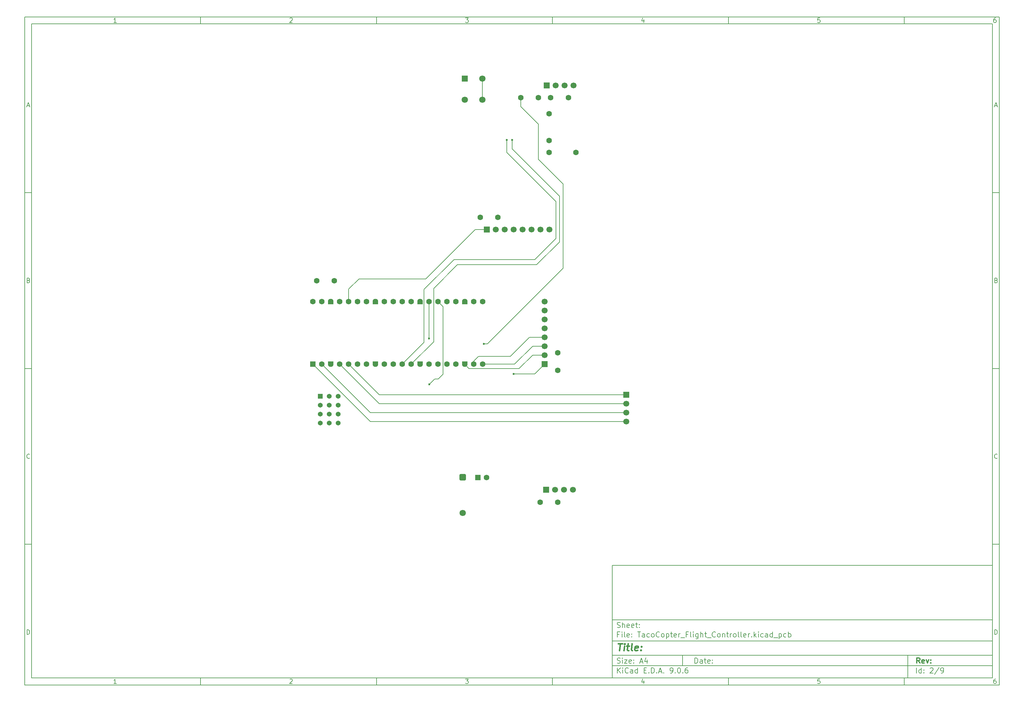
<source format=gbl>
%TF.GenerationSoftware,KiCad,Pcbnew,9.0.6*%
%TF.CreationDate,2025-12-22T22:43:42-05:00*%
%TF.ProjectId,TacoCopter_Flight_Controller,5461636f-436f-4707-9465-725f466c6967,rev?*%
%TF.SameCoordinates,Original*%
%TF.FileFunction,Copper,L2,Bot*%
%TF.FilePolarity,Positive*%
%FSLAX46Y46*%
G04 Gerber Fmt 4.6, Leading zero omitted, Abs format (unit mm)*
G04 Created by KiCad (PCBNEW 9.0.6) date 2025-12-22 22:43:42*
%MOMM*%
%LPD*%
G01*
G04 APERTURE LIST*
G04 Aperture macros list*
%AMRoundRect*
0 Rectangle with rounded corners*
0 $1 Rounding radius*
0 $2 $3 $4 $5 $6 $7 $8 $9 X,Y pos of 4 corners*
0 Add a 4 corners polygon primitive as box body*
4,1,4,$2,$3,$4,$5,$6,$7,$8,$9,$2,$3,0*
0 Add four circle primitives for the rounded corners*
1,1,$1+$1,$2,$3*
1,1,$1+$1,$4,$5*
1,1,$1+$1,$6,$7*
1,1,$1+$1,$8,$9*
0 Add four rect primitives between the rounded corners*
20,1,$1+$1,$2,$3,$4,$5,0*
20,1,$1+$1,$4,$5,$6,$7,0*
20,1,$1+$1,$6,$7,$8,$9,0*
20,1,$1+$1,$8,$9,$2,$3,0*%
%AMFreePoly0*
4,1,37,0.000000,0.796148,0.078414,0.796148,0.232228,0.765552,0.377117,0.705537,0.507515,0.618408,0.618408,0.507515,0.705537,0.377117,0.765552,0.232228,0.796148,0.078414,0.796148,-0.078414,0.765552,-0.232228,0.705537,-0.377117,0.618408,-0.507515,0.507515,-0.618408,0.377117,-0.705537,0.232228,-0.765552,0.078414,-0.796148,0.000000,-0.796148,0.000000,-0.800000,-0.600000,-0.800000,
-0.603843,-0.796157,-0.639018,-0.796157,-0.711114,-0.766294,-0.766294,-0.711114,-0.796157,-0.639018,-0.796157,-0.603843,-0.800000,-0.600000,-0.800000,0.600000,-0.796157,0.603843,-0.796157,0.639018,-0.766294,0.711114,-0.711114,0.766294,-0.639018,0.796157,-0.603843,0.796157,-0.600000,0.800000,0.000000,0.800000,0.000000,0.796148,0.000000,0.796148,$1*%
%AMFreePoly1*
4,1,37,0.603843,0.796157,0.639018,0.796157,0.711114,0.766294,0.766294,0.711114,0.796157,0.639018,0.796157,0.603843,0.800000,0.600000,0.800000,-0.600000,0.796157,-0.603843,0.796157,-0.639018,0.766294,-0.711114,0.711114,-0.766294,0.639018,-0.796157,0.603843,-0.796157,0.600000,-0.800000,0.000000,-0.800000,0.000000,-0.796148,-0.078414,-0.796148,-0.232228,-0.765552,-0.377117,-0.705537,
-0.507515,-0.618408,-0.618408,-0.507515,-0.705537,-0.377117,-0.765552,-0.232228,-0.796148,-0.078414,-0.796148,0.078414,-0.765552,0.232228,-0.705537,0.377117,-0.618408,0.507515,-0.507515,0.618408,-0.377117,0.705537,-0.232228,0.765552,-0.078414,0.796148,0.000000,0.796148,0.000000,0.800000,0.600000,0.800000,0.603843,0.796157,0.603843,0.796157,$1*%
G04 Aperture macros list end*
%ADD10C,0.100000*%
%ADD11C,0.150000*%
%ADD12C,0.300000*%
%ADD13C,0.400000*%
%TA.AperFunction,ComponentPad*%
%ADD14R,1.700000X1.700000*%
%TD*%
%TA.AperFunction,ComponentPad*%
%ADD15C,1.700000*%
%TD*%
%TA.AperFunction,ComponentPad*%
%ADD16C,1.600000*%
%TD*%
%TA.AperFunction,ComponentPad*%
%ADD17FreePoly0,90.000000*%
%TD*%
%TA.AperFunction,ComponentPad*%
%ADD18FreePoly1,90.000000*%
%TD*%
%TA.AperFunction,ComponentPad*%
%ADD19RoundRect,0.200000X0.600000X-0.600000X0.600000X0.600000X-0.600000X0.600000X-0.600000X-0.600000X0*%
%TD*%
%TA.AperFunction,ComponentPad*%
%ADD20RoundRect,0.250000X-0.550000X-0.550000X0.550000X-0.550000X0.550000X0.550000X-0.550000X0.550000X0*%
%TD*%
%TA.AperFunction,ComponentPad*%
%ADD21R,1.800000X1.800000*%
%TD*%
%TA.AperFunction,ComponentPad*%
%ADD22C,1.800000*%
%TD*%
%TA.AperFunction,ComponentPad*%
%ADD23R,1.370000X1.370000*%
%TD*%
%TA.AperFunction,ComponentPad*%
%ADD24C,1.370000*%
%TD*%
%TA.AperFunction,ComponentPad*%
%ADD25RoundRect,0.250000X-0.650000X0.650000X-0.650000X-0.650000X0.650000X-0.650000X0.650000X0.650000X0*%
%TD*%
%TA.AperFunction,ViaPad*%
%ADD26C,0.600000*%
%TD*%
%TA.AperFunction,Conductor*%
%ADD27C,0.200000*%
%TD*%
G04 APERTURE END LIST*
D10*
D11*
X177002200Y-166007200D02*
X285002200Y-166007200D01*
X285002200Y-198007200D01*
X177002200Y-198007200D01*
X177002200Y-166007200D01*
D10*
D11*
X10000000Y-10000000D02*
X287002200Y-10000000D01*
X287002200Y-200007200D01*
X10000000Y-200007200D01*
X10000000Y-10000000D01*
D10*
D11*
X12000000Y-12000000D02*
X285002200Y-12000000D01*
X285002200Y-198007200D01*
X12000000Y-198007200D01*
X12000000Y-12000000D01*
D10*
D11*
X60000000Y-12000000D02*
X60000000Y-10000000D01*
D10*
D11*
X110000000Y-12000000D02*
X110000000Y-10000000D01*
D10*
D11*
X160000000Y-12000000D02*
X160000000Y-10000000D01*
D10*
D11*
X210000000Y-12000000D02*
X210000000Y-10000000D01*
D10*
D11*
X260000000Y-12000000D02*
X260000000Y-10000000D01*
D10*
D11*
X36089160Y-11593604D02*
X35346303Y-11593604D01*
X35717731Y-11593604D02*
X35717731Y-10293604D01*
X35717731Y-10293604D02*
X35593922Y-10479319D01*
X35593922Y-10479319D02*
X35470112Y-10603128D01*
X35470112Y-10603128D02*
X35346303Y-10665033D01*
D10*
D11*
X85346303Y-10417414D02*
X85408207Y-10355509D01*
X85408207Y-10355509D02*
X85532017Y-10293604D01*
X85532017Y-10293604D02*
X85841541Y-10293604D01*
X85841541Y-10293604D02*
X85965350Y-10355509D01*
X85965350Y-10355509D02*
X86027255Y-10417414D01*
X86027255Y-10417414D02*
X86089160Y-10541223D01*
X86089160Y-10541223D02*
X86089160Y-10665033D01*
X86089160Y-10665033D02*
X86027255Y-10850747D01*
X86027255Y-10850747D02*
X85284398Y-11593604D01*
X85284398Y-11593604D02*
X86089160Y-11593604D01*
D10*
D11*
X135284398Y-10293604D02*
X136089160Y-10293604D01*
X136089160Y-10293604D02*
X135655826Y-10788842D01*
X135655826Y-10788842D02*
X135841541Y-10788842D01*
X135841541Y-10788842D02*
X135965350Y-10850747D01*
X135965350Y-10850747D02*
X136027255Y-10912652D01*
X136027255Y-10912652D02*
X136089160Y-11036461D01*
X136089160Y-11036461D02*
X136089160Y-11345985D01*
X136089160Y-11345985D02*
X136027255Y-11469795D01*
X136027255Y-11469795D02*
X135965350Y-11531700D01*
X135965350Y-11531700D02*
X135841541Y-11593604D01*
X135841541Y-11593604D02*
X135470112Y-11593604D01*
X135470112Y-11593604D02*
X135346303Y-11531700D01*
X135346303Y-11531700D02*
X135284398Y-11469795D01*
D10*
D11*
X185965350Y-10726938D02*
X185965350Y-11593604D01*
X185655826Y-10231700D02*
X185346303Y-11160271D01*
X185346303Y-11160271D02*
X186151064Y-11160271D01*
D10*
D11*
X236027255Y-10293604D02*
X235408207Y-10293604D01*
X235408207Y-10293604D02*
X235346303Y-10912652D01*
X235346303Y-10912652D02*
X235408207Y-10850747D01*
X235408207Y-10850747D02*
X235532017Y-10788842D01*
X235532017Y-10788842D02*
X235841541Y-10788842D01*
X235841541Y-10788842D02*
X235965350Y-10850747D01*
X235965350Y-10850747D02*
X236027255Y-10912652D01*
X236027255Y-10912652D02*
X236089160Y-11036461D01*
X236089160Y-11036461D02*
X236089160Y-11345985D01*
X236089160Y-11345985D02*
X236027255Y-11469795D01*
X236027255Y-11469795D02*
X235965350Y-11531700D01*
X235965350Y-11531700D02*
X235841541Y-11593604D01*
X235841541Y-11593604D02*
X235532017Y-11593604D01*
X235532017Y-11593604D02*
X235408207Y-11531700D01*
X235408207Y-11531700D02*
X235346303Y-11469795D01*
D10*
D11*
X285965350Y-10293604D02*
X285717731Y-10293604D01*
X285717731Y-10293604D02*
X285593922Y-10355509D01*
X285593922Y-10355509D02*
X285532017Y-10417414D01*
X285532017Y-10417414D02*
X285408207Y-10603128D01*
X285408207Y-10603128D02*
X285346303Y-10850747D01*
X285346303Y-10850747D02*
X285346303Y-11345985D01*
X285346303Y-11345985D02*
X285408207Y-11469795D01*
X285408207Y-11469795D02*
X285470112Y-11531700D01*
X285470112Y-11531700D02*
X285593922Y-11593604D01*
X285593922Y-11593604D02*
X285841541Y-11593604D01*
X285841541Y-11593604D02*
X285965350Y-11531700D01*
X285965350Y-11531700D02*
X286027255Y-11469795D01*
X286027255Y-11469795D02*
X286089160Y-11345985D01*
X286089160Y-11345985D02*
X286089160Y-11036461D01*
X286089160Y-11036461D02*
X286027255Y-10912652D01*
X286027255Y-10912652D02*
X285965350Y-10850747D01*
X285965350Y-10850747D02*
X285841541Y-10788842D01*
X285841541Y-10788842D02*
X285593922Y-10788842D01*
X285593922Y-10788842D02*
X285470112Y-10850747D01*
X285470112Y-10850747D02*
X285408207Y-10912652D01*
X285408207Y-10912652D02*
X285346303Y-11036461D01*
D10*
D11*
X60000000Y-198007200D02*
X60000000Y-200007200D01*
D10*
D11*
X110000000Y-198007200D02*
X110000000Y-200007200D01*
D10*
D11*
X160000000Y-198007200D02*
X160000000Y-200007200D01*
D10*
D11*
X210000000Y-198007200D02*
X210000000Y-200007200D01*
D10*
D11*
X260000000Y-198007200D02*
X260000000Y-200007200D01*
D10*
D11*
X36089160Y-199600804D02*
X35346303Y-199600804D01*
X35717731Y-199600804D02*
X35717731Y-198300804D01*
X35717731Y-198300804D02*
X35593922Y-198486519D01*
X35593922Y-198486519D02*
X35470112Y-198610328D01*
X35470112Y-198610328D02*
X35346303Y-198672233D01*
D10*
D11*
X85346303Y-198424614D02*
X85408207Y-198362709D01*
X85408207Y-198362709D02*
X85532017Y-198300804D01*
X85532017Y-198300804D02*
X85841541Y-198300804D01*
X85841541Y-198300804D02*
X85965350Y-198362709D01*
X85965350Y-198362709D02*
X86027255Y-198424614D01*
X86027255Y-198424614D02*
X86089160Y-198548423D01*
X86089160Y-198548423D02*
X86089160Y-198672233D01*
X86089160Y-198672233D02*
X86027255Y-198857947D01*
X86027255Y-198857947D02*
X85284398Y-199600804D01*
X85284398Y-199600804D02*
X86089160Y-199600804D01*
D10*
D11*
X135284398Y-198300804D02*
X136089160Y-198300804D01*
X136089160Y-198300804D02*
X135655826Y-198796042D01*
X135655826Y-198796042D02*
X135841541Y-198796042D01*
X135841541Y-198796042D02*
X135965350Y-198857947D01*
X135965350Y-198857947D02*
X136027255Y-198919852D01*
X136027255Y-198919852D02*
X136089160Y-199043661D01*
X136089160Y-199043661D02*
X136089160Y-199353185D01*
X136089160Y-199353185D02*
X136027255Y-199476995D01*
X136027255Y-199476995D02*
X135965350Y-199538900D01*
X135965350Y-199538900D02*
X135841541Y-199600804D01*
X135841541Y-199600804D02*
X135470112Y-199600804D01*
X135470112Y-199600804D02*
X135346303Y-199538900D01*
X135346303Y-199538900D02*
X135284398Y-199476995D01*
D10*
D11*
X185965350Y-198734138D02*
X185965350Y-199600804D01*
X185655826Y-198238900D02*
X185346303Y-199167471D01*
X185346303Y-199167471D02*
X186151064Y-199167471D01*
D10*
D11*
X236027255Y-198300804D02*
X235408207Y-198300804D01*
X235408207Y-198300804D02*
X235346303Y-198919852D01*
X235346303Y-198919852D02*
X235408207Y-198857947D01*
X235408207Y-198857947D02*
X235532017Y-198796042D01*
X235532017Y-198796042D02*
X235841541Y-198796042D01*
X235841541Y-198796042D02*
X235965350Y-198857947D01*
X235965350Y-198857947D02*
X236027255Y-198919852D01*
X236027255Y-198919852D02*
X236089160Y-199043661D01*
X236089160Y-199043661D02*
X236089160Y-199353185D01*
X236089160Y-199353185D02*
X236027255Y-199476995D01*
X236027255Y-199476995D02*
X235965350Y-199538900D01*
X235965350Y-199538900D02*
X235841541Y-199600804D01*
X235841541Y-199600804D02*
X235532017Y-199600804D01*
X235532017Y-199600804D02*
X235408207Y-199538900D01*
X235408207Y-199538900D02*
X235346303Y-199476995D01*
D10*
D11*
X285965350Y-198300804D02*
X285717731Y-198300804D01*
X285717731Y-198300804D02*
X285593922Y-198362709D01*
X285593922Y-198362709D02*
X285532017Y-198424614D01*
X285532017Y-198424614D02*
X285408207Y-198610328D01*
X285408207Y-198610328D02*
X285346303Y-198857947D01*
X285346303Y-198857947D02*
X285346303Y-199353185D01*
X285346303Y-199353185D02*
X285408207Y-199476995D01*
X285408207Y-199476995D02*
X285470112Y-199538900D01*
X285470112Y-199538900D02*
X285593922Y-199600804D01*
X285593922Y-199600804D02*
X285841541Y-199600804D01*
X285841541Y-199600804D02*
X285965350Y-199538900D01*
X285965350Y-199538900D02*
X286027255Y-199476995D01*
X286027255Y-199476995D02*
X286089160Y-199353185D01*
X286089160Y-199353185D02*
X286089160Y-199043661D01*
X286089160Y-199043661D02*
X286027255Y-198919852D01*
X286027255Y-198919852D02*
X285965350Y-198857947D01*
X285965350Y-198857947D02*
X285841541Y-198796042D01*
X285841541Y-198796042D02*
X285593922Y-198796042D01*
X285593922Y-198796042D02*
X285470112Y-198857947D01*
X285470112Y-198857947D02*
X285408207Y-198919852D01*
X285408207Y-198919852D02*
X285346303Y-199043661D01*
D10*
D11*
X10000000Y-60000000D02*
X12000000Y-60000000D01*
D10*
D11*
X10000000Y-110000000D02*
X12000000Y-110000000D01*
D10*
D11*
X10000000Y-160000000D02*
X12000000Y-160000000D01*
D10*
D11*
X10690476Y-35222176D02*
X11309523Y-35222176D01*
X10566666Y-35593604D02*
X10999999Y-34293604D01*
X10999999Y-34293604D02*
X11433333Y-35593604D01*
D10*
D11*
X11092857Y-84912652D02*
X11278571Y-84974557D01*
X11278571Y-84974557D02*
X11340476Y-85036461D01*
X11340476Y-85036461D02*
X11402380Y-85160271D01*
X11402380Y-85160271D02*
X11402380Y-85345985D01*
X11402380Y-85345985D02*
X11340476Y-85469795D01*
X11340476Y-85469795D02*
X11278571Y-85531700D01*
X11278571Y-85531700D02*
X11154761Y-85593604D01*
X11154761Y-85593604D02*
X10659523Y-85593604D01*
X10659523Y-85593604D02*
X10659523Y-84293604D01*
X10659523Y-84293604D02*
X11092857Y-84293604D01*
X11092857Y-84293604D02*
X11216666Y-84355509D01*
X11216666Y-84355509D02*
X11278571Y-84417414D01*
X11278571Y-84417414D02*
X11340476Y-84541223D01*
X11340476Y-84541223D02*
X11340476Y-84665033D01*
X11340476Y-84665033D02*
X11278571Y-84788842D01*
X11278571Y-84788842D02*
X11216666Y-84850747D01*
X11216666Y-84850747D02*
X11092857Y-84912652D01*
X11092857Y-84912652D02*
X10659523Y-84912652D01*
D10*
D11*
X11402380Y-135469795D02*
X11340476Y-135531700D01*
X11340476Y-135531700D02*
X11154761Y-135593604D01*
X11154761Y-135593604D02*
X11030952Y-135593604D01*
X11030952Y-135593604D02*
X10845238Y-135531700D01*
X10845238Y-135531700D02*
X10721428Y-135407890D01*
X10721428Y-135407890D02*
X10659523Y-135284080D01*
X10659523Y-135284080D02*
X10597619Y-135036461D01*
X10597619Y-135036461D02*
X10597619Y-134850747D01*
X10597619Y-134850747D02*
X10659523Y-134603128D01*
X10659523Y-134603128D02*
X10721428Y-134479319D01*
X10721428Y-134479319D02*
X10845238Y-134355509D01*
X10845238Y-134355509D02*
X11030952Y-134293604D01*
X11030952Y-134293604D02*
X11154761Y-134293604D01*
X11154761Y-134293604D02*
X11340476Y-134355509D01*
X11340476Y-134355509D02*
X11402380Y-134417414D01*
D10*
D11*
X10659523Y-185593604D02*
X10659523Y-184293604D01*
X10659523Y-184293604D02*
X10969047Y-184293604D01*
X10969047Y-184293604D02*
X11154761Y-184355509D01*
X11154761Y-184355509D02*
X11278571Y-184479319D01*
X11278571Y-184479319D02*
X11340476Y-184603128D01*
X11340476Y-184603128D02*
X11402380Y-184850747D01*
X11402380Y-184850747D02*
X11402380Y-185036461D01*
X11402380Y-185036461D02*
X11340476Y-185284080D01*
X11340476Y-185284080D02*
X11278571Y-185407890D01*
X11278571Y-185407890D02*
X11154761Y-185531700D01*
X11154761Y-185531700D02*
X10969047Y-185593604D01*
X10969047Y-185593604D02*
X10659523Y-185593604D01*
D10*
D11*
X287002200Y-60000000D02*
X285002200Y-60000000D01*
D10*
D11*
X287002200Y-110000000D02*
X285002200Y-110000000D01*
D10*
D11*
X287002200Y-160000000D02*
X285002200Y-160000000D01*
D10*
D11*
X285692676Y-35222176D02*
X286311723Y-35222176D01*
X285568866Y-35593604D02*
X286002199Y-34293604D01*
X286002199Y-34293604D02*
X286435533Y-35593604D01*
D10*
D11*
X286095057Y-84912652D02*
X286280771Y-84974557D01*
X286280771Y-84974557D02*
X286342676Y-85036461D01*
X286342676Y-85036461D02*
X286404580Y-85160271D01*
X286404580Y-85160271D02*
X286404580Y-85345985D01*
X286404580Y-85345985D02*
X286342676Y-85469795D01*
X286342676Y-85469795D02*
X286280771Y-85531700D01*
X286280771Y-85531700D02*
X286156961Y-85593604D01*
X286156961Y-85593604D02*
X285661723Y-85593604D01*
X285661723Y-85593604D02*
X285661723Y-84293604D01*
X285661723Y-84293604D02*
X286095057Y-84293604D01*
X286095057Y-84293604D02*
X286218866Y-84355509D01*
X286218866Y-84355509D02*
X286280771Y-84417414D01*
X286280771Y-84417414D02*
X286342676Y-84541223D01*
X286342676Y-84541223D02*
X286342676Y-84665033D01*
X286342676Y-84665033D02*
X286280771Y-84788842D01*
X286280771Y-84788842D02*
X286218866Y-84850747D01*
X286218866Y-84850747D02*
X286095057Y-84912652D01*
X286095057Y-84912652D02*
X285661723Y-84912652D01*
D10*
D11*
X286404580Y-135469795D02*
X286342676Y-135531700D01*
X286342676Y-135531700D02*
X286156961Y-135593604D01*
X286156961Y-135593604D02*
X286033152Y-135593604D01*
X286033152Y-135593604D02*
X285847438Y-135531700D01*
X285847438Y-135531700D02*
X285723628Y-135407890D01*
X285723628Y-135407890D02*
X285661723Y-135284080D01*
X285661723Y-135284080D02*
X285599819Y-135036461D01*
X285599819Y-135036461D02*
X285599819Y-134850747D01*
X285599819Y-134850747D02*
X285661723Y-134603128D01*
X285661723Y-134603128D02*
X285723628Y-134479319D01*
X285723628Y-134479319D02*
X285847438Y-134355509D01*
X285847438Y-134355509D02*
X286033152Y-134293604D01*
X286033152Y-134293604D02*
X286156961Y-134293604D01*
X286156961Y-134293604D02*
X286342676Y-134355509D01*
X286342676Y-134355509D02*
X286404580Y-134417414D01*
D10*
D11*
X285661723Y-185593604D02*
X285661723Y-184293604D01*
X285661723Y-184293604D02*
X285971247Y-184293604D01*
X285971247Y-184293604D02*
X286156961Y-184355509D01*
X286156961Y-184355509D02*
X286280771Y-184479319D01*
X286280771Y-184479319D02*
X286342676Y-184603128D01*
X286342676Y-184603128D02*
X286404580Y-184850747D01*
X286404580Y-184850747D02*
X286404580Y-185036461D01*
X286404580Y-185036461D02*
X286342676Y-185284080D01*
X286342676Y-185284080D02*
X286280771Y-185407890D01*
X286280771Y-185407890D02*
X286156961Y-185531700D01*
X286156961Y-185531700D02*
X285971247Y-185593604D01*
X285971247Y-185593604D02*
X285661723Y-185593604D01*
D10*
D11*
X200458026Y-193793328D02*
X200458026Y-192293328D01*
X200458026Y-192293328D02*
X200815169Y-192293328D01*
X200815169Y-192293328D02*
X201029455Y-192364757D01*
X201029455Y-192364757D02*
X201172312Y-192507614D01*
X201172312Y-192507614D02*
X201243741Y-192650471D01*
X201243741Y-192650471D02*
X201315169Y-192936185D01*
X201315169Y-192936185D02*
X201315169Y-193150471D01*
X201315169Y-193150471D02*
X201243741Y-193436185D01*
X201243741Y-193436185D02*
X201172312Y-193579042D01*
X201172312Y-193579042D02*
X201029455Y-193721900D01*
X201029455Y-193721900D02*
X200815169Y-193793328D01*
X200815169Y-193793328D02*
X200458026Y-193793328D01*
X202600884Y-193793328D02*
X202600884Y-193007614D01*
X202600884Y-193007614D02*
X202529455Y-192864757D01*
X202529455Y-192864757D02*
X202386598Y-192793328D01*
X202386598Y-192793328D02*
X202100884Y-192793328D01*
X202100884Y-192793328D02*
X201958026Y-192864757D01*
X202600884Y-193721900D02*
X202458026Y-193793328D01*
X202458026Y-193793328D02*
X202100884Y-193793328D01*
X202100884Y-193793328D02*
X201958026Y-193721900D01*
X201958026Y-193721900D02*
X201886598Y-193579042D01*
X201886598Y-193579042D02*
X201886598Y-193436185D01*
X201886598Y-193436185D02*
X201958026Y-193293328D01*
X201958026Y-193293328D02*
X202100884Y-193221900D01*
X202100884Y-193221900D02*
X202458026Y-193221900D01*
X202458026Y-193221900D02*
X202600884Y-193150471D01*
X203100884Y-192793328D02*
X203672312Y-192793328D01*
X203315169Y-192293328D02*
X203315169Y-193579042D01*
X203315169Y-193579042D02*
X203386598Y-193721900D01*
X203386598Y-193721900D02*
X203529455Y-193793328D01*
X203529455Y-193793328D02*
X203672312Y-193793328D01*
X204743741Y-193721900D02*
X204600884Y-193793328D01*
X204600884Y-193793328D02*
X204315170Y-193793328D01*
X204315170Y-193793328D02*
X204172312Y-193721900D01*
X204172312Y-193721900D02*
X204100884Y-193579042D01*
X204100884Y-193579042D02*
X204100884Y-193007614D01*
X204100884Y-193007614D02*
X204172312Y-192864757D01*
X204172312Y-192864757D02*
X204315170Y-192793328D01*
X204315170Y-192793328D02*
X204600884Y-192793328D01*
X204600884Y-192793328D02*
X204743741Y-192864757D01*
X204743741Y-192864757D02*
X204815170Y-193007614D01*
X204815170Y-193007614D02*
X204815170Y-193150471D01*
X204815170Y-193150471D02*
X204100884Y-193293328D01*
X205458026Y-193650471D02*
X205529455Y-193721900D01*
X205529455Y-193721900D02*
X205458026Y-193793328D01*
X205458026Y-193793328D02*
X205386598Y-193721900D01*
X205386598Y-193721900D02*
X205458026Y-193650471D01*
X205458026Y-193650471D02*
X205458026Y-193793328D01*
X205458026Y-192864757D02*
X205529455Y-192936185D01*
X205529455Y-192936185D02*
X205458026Y-193007614D01*
X205458026Y-193007614D02*
X205386598Y-192936185D01*
X205386598Y-192936185D02*
X205458026Y-192864757D01*
X205458026Y-192864757D02*
X205458026Y-193007614D01*
D10*
D11*
X177002200Y-194507200D02*
X285002200Y-194507200D01*
D10*
D11*
X178458026Y-196593328D02*
X178458026Y-195093328D01*
X179315169Y-196593328D02*
X178672312Y-195736185D01*
X179315169Y-195093328D02*
X178458026Y-195950471D01*
X179958026Y-196593328D02*
X179958026Y-195593328D01*
X179958026Y-195093328D02*
X179886598Y-195164757D01*
X179886598Y-195164757D02*
X179958026Y-195236185D01*
X179958026Y-195236185D02*
X180029455Y-195164757D01*
X180029455Y-195164757D02*
X179958026Y-195093328D01*
X179958026Y-195093328D02*
X179958026Y-195236185D01*
X181529455Y-196450471D02*
X181458027Y-196521900D01*
X181458027Y-196521900D02*
X181243741Y-196593328D01*
X181243741Y-196593328D02*
X181100884Y-196593328D01*
X181100884Y-196593328D02*
X180886598Y-196521900D01*
X180886598Y-196521900D02*
X180743741Y-196379042D01*
X180743741Y-196379042D02*
X180672312Y-196236185D01*
X180672312Y-196236185D02*
X180600884Y-195950471D01*
X180600884Y-195950471D02*
X180600884Y-195736185D01*
X180600884Y-195736185D02*
X180672312Y-195450471D01*
X180672312Y-195450471D02*
X180743741Y-195307614D01*
X180743741Y-195307614D02*
X180886598Y-195164757D01*
X180886598Y-195164757D02*
X181100884Y-195093328D01*
X181100884Y-195093328D02*
X181243741Y-195093328D01*
X181243741Y-195093328D02*
X181458027Y-195164757D01*
X181458027Y-195164757D02*
X181529455Y-195236185D01*
X182815170Y-196593328D02*
X182815170Y-195807614D01*
X182815170Y-195807614D02*
X182743741Y-195664757D01*
X182743741Y-195664757D02*
X182600884Y-195593328D01*
X182600884Y-195593328D02*
X182315170Y-195593328D01*
X182315170Y-195593328D02*
X182172312Y-195664757D01*
X182815170Y-196521900D02*
X182672312Y-196593328D01*
X182672312Y-196593328D02*
X182315170Y-196593328D01*
X182315170Y-196593328D02*
X182172312Y-196521900D01*
X182172312Y-196521900D02*
X182100884Y-196379042D01*
X182100884Y-196379042D02*
X182100884Y-196236185D01*
X182100884Y-196236185D02*
X182172312Y-196093328D01*
X182172312Y-196093328D02*
X182315170Y-196021900D01*
X182315170Y-196021900D02*
X182672312Y-196021900D01*
X182672312Y-196021900D02*
X182815170Y-195950471D01*
X184172313Y-196593328D02*
X184172313Y-195093328D01*
X184172313Y-196521900D02*
X184029455Y-196593328D01*
X184029455Y-196593328D02*
X183743741Y-196593328D01*
X183743741Y-196593328D02*
X183600884Y-196521900D01*
X183600884Y-196521900D02*
X183529455Y-196450471D01*
X183529455Y-196450471D02*
X183458027Y-196307614D01*
X183458027Y-196307614D02*
X183458027Y-195879042D01*
X183458027Y-195879042D02*
X183529455Y-195736185D01*
X183529455Y-195736185D02*
X183600884Y-195664757D01*
X183600884Y-195664757D02*
X183743741Y-195593328D01*
X183743741Y-195593328D02*
X184029455Y-195593328D01*
X184029455Y-195593328D02*
X184172313Y-195664757D01*
X186029455Y-195807614D02*
X186529455Y-195807614D01*
X186743741Y-196593328D02*
X186029455Y-196593328D01*
X186029455Y-196593328D02*
X186029455Y-195093328D01*
X186029455Y-195093328D02*
X186743741Y-195093328D01*
X187386598Y-196450471D02*
X187458027Y-196521900D01*
X187458027Y-196521900D02*
X187386598Y-196593328D01*
X187386598Y-196593328D02*
X187315170Y-196521900D01*
X187315170Y-196521900D02*
X187386598Y-196450471D01*
X187386598Y-196450471D02*
X187386598Y-196593328D01*
X188100884Y-196593328D02*
X188100884Y-195093328D01*
X188100884Y-195093328D02*
X188458027Y-195093328D01*
X188458027Y-195093328D02*
X188672313Y-195164757D01*
X188672313Y-195164757D02*
X188815170Y-195307614D01*
X188815170Y-195307614D02*
X188886599Y-195450471D01*
X188886599Y-195450471D02*
X188958027Y-195736185D01*
X188958027Y-195736185D02*
X188958027Y-195950471D01*
X188958027Y-195950471D02*
X188886599Y-196236185D01*
X188886599Y-196236185D02*
X188815170Y-196379042D01*
X188815170Y-196379042D02*
X188672313Y-196521900D01*
X188672313Y-196521900D02*
X188458027Y-196593328D01*
X188458027Y-196593328D02*
X188100884Y-196593328D01*
X189600884Y-196450471D02*
X189672313Y-196521900D01*
X189672313Y-196521900D02*
X189600884Y-196593328D01*
X189600884Y-196593328D02*
X189529456Y-196521900D01*
X189529456Y-196521900D02*
X189600884Y-196450471D01*
X189600884Y-196450471D02*
X189600884Y-196593328D01*
X190243742Y-196164757D02*
X190958028Y-196164757D01*
X190100885Y-196593328D02*
X190600885Y-195093328D01*
X190600885Y-195093328D02*
X191100885Y-196593328D01*
X191600884Y-196450471D02*
X191672313Y-196521900D01*
X191672313Y-196521900D02*
X191600884Y-196593328D01*
X191600884Y-196593328D02*
X191529456Y-196521900D01*
X191529456Y-196521900D02*
X191600884Y-196450471D01*
X191600884Y-196450471D02*
X191600884Y-196593328D01*
X193529456Y-196593328D02*
X193815170Y-196593328D01*
X193815170Y-196593328D02*
X193958027Y-196521900D01*
X193958027Y-196521900D02*
X194029456Y-196450471D01*
X194029456Y-196450471D02*
X194172313Y-196236185D01*
X194172313Y-196236185D02*
X194243742Y-195950471D01*
X194243742Y-195950471D02*
X194243742Y-195379042D01*
X194243742Y-195379042D02*
X194172313Y-195236185D01*
X194172313Y-195236185D02*
X194100885Y-195164757D01*
X194100885Y-195164757D02*
X193958027Y-195093328D01*
X193958027Y-195093328D02*
X193672313Y-195093328D01*
X193672313Y-195093328D02*
X193529456Y-195164757D01*
X193529456Y-195164757D02*
X193458027Y-195236185D01*
X193458027Y-195236185D02*
X193386599Y-195379042D01*
X193386599Y-195379042D02*
X193386599Y-195736185D01*
X193386599Y-195736185D02*
X193458027Y-195879042D01*
X193458027Y-195879042D02*
X193529456Y-195950471D01*
X193529456Y-195950471D02*
X193672313Y-196021900D01*
X193672313Y-196021900D02*
X193958027Y-196021900D01*
X193958027Y-196021900D02*
X194100885Y-195950471D01*
X194100885Y-195950471D02*
X194172313Y-195879042D01*
X194172313Y-195879042D02*
X194243742Y-195736185D01*
X194886598Y-196450471D02*
X194958027Y-196521900D01*
X194958027Y-196521900D02*
X194886598Y-196593328D01*
X194886598Y-196593328D02*
X194815170Y-196521900D01*
X194815170Y-196521900D02*
X194886598Y-196450471D01*
X194886598Y-196450471D02*
X194886598Y-196593328D01*
X195886599Y-195093328D02*
X196029456Y-195093328D01*
X196029456Y-195093328D02*
X196172313Y-195164757D01*
X196172313Y-195164757D02*
X196243742Y-195236185D01*
X196243742Y-195236185D02*
X196315170Y-195379042D01*
X196315170Y-195379042D02*
X196386599Y-195664757D01*
X196386599Y-195664757D02*
X196386599Y-196021900D01*
X196386599Y-196021900D02*
X196315170Y-196307614D01*
X196315170Y-196307614D02*
X196243742Y-196450471D01*
X196243742Y-196450471D02*
X196172313Y-196521900D01*
X196172313Y-196521900D02*
X196029456Y-196593328D01*
X196029456Y-196593328D02*
X195886599Y-196593328D01*
X195886599Y-196593328D02*
X195743742Y-196521900D01*
X195743742Y-196521900D02*
X195672313Y-196450471D01*
X195672313Y-196450471D02*
X195600884Y-196307614D01*
X195600884Y-196307614D02*
X195529456Y-196021900D01*
X195529456Y-196021900D02*
X195529456Y-195664757D01*
X195529456Y-195664757D02*
X195600884Y-195379042D01*
X195600884Y-195379042D02*
X195672313Y-195236185D01*
X195672313Y-195236185D02*
X195743742Y-195164757D01*
X195743742Y-195164757D02*
X195886599Y-195093328D01*
X197029455Y-196450471D02*
X197100884Y-196521900D01*
X197100884Y-196521900D02*
X197029455Y-196593328D01*
X197029455Y-196593328D02*
X196958027Y-196521900D01*
X196958027Y-196521900D02*
X197029455Y-196450471D01*
X197029455Y-196450471D02*
X197029455Y-196593328D01*
X198386599Y-195093328D02*
X198100884Y-195093328D01*
X198100884Y-195093328D02*
X197958027Y-195164757D01*
X197958027Y-195164757D02*
X197886599Y-195236185D01*
X197886599Y-195236185D02*
X197743741Y-195450471D01*
X197743741Y-195450471D02*
X197672313Y-195736185D01*
X197672313Y-195736185D02*
X197672313Y-196307614D01*
X197672313Y-196307614D02*
X197743741Y-196450471D01*
X197743741Y-196450471D02*
X197815170Y-196521900D01*
X197815170Y-196521900D02*
X197958027Y-196593328D01*
X197958027Y-196593328D02*
X198243741Y-196593328D01*
X198243741Y-196593328D02*
X198386599Y-196521900D01*
X198386599Y-196521900D02*
X198458027Y-196450471D01*
X198458027Y-196450471D02*
X198529456Y-196307614D01*
X198529456Y-196307614D02*
X198529456Y-195950471D01*
X198529456Y-195950471D02*
X198458027Y-195807614D01*
X198458027Y-195807614D02*
X198386599Y-195736185D01*
X198386599Y-195736185D02*
X198243741Y-195664757D01*
X198243741Y-195664757D02*
X197958027Y-195664757D01*
X197958027Y-195664757D02*
X197815170Y-195736185D01*
X197815170Y-195736185D02*
X197743741Y-195807614D01*
X197743741Y-195807614D02*
X197672313Y-195950471D01*
D10*
D11*
X177002200Y-191507200D02*
X285002200Y-191507200D01*
D10*
D12*
X264413853Y-193785528D02*
X263913853Y-193071242D01*
X263556710Y-193785528D02*
X263556710Y-192285528D01*
X263556710Y-192285528D02*
X264128139Y-192285528D01*
X264128139Y-192285528D02*
X264270996Y-192356957D01*
X264270996Y-192356957D02*
X264342425Y-192428385D01*
X264342425Y-192428385D02*
X264413853Y-192571242D01*
X264413853Y-192571242D02*
X264413853Y-192785528D01*
X264413853Y-192785528D02*
X264342425Y-192928385D01*
X264342425Y-192928385D02*
X264270996Y-192999814D01*
X264270996Y-192999814D02*
X264128139Y-193071242D01*
X264128139Y-193071242D02*
X263556710Y-193071242D01*
X265628139Y-193714100D02*
X265485282Y-193785528D01*
X265485282Y-193785528D02*
X265199568Y-193785528D01*
X265199568Y-193785528D02*
X265056710Y-193714100D01*
X265056710Y-193714100D02*
X264985282Y-193571242D01*
X264985282Y-193571242D02*
X264985282Y-192999814D01*
X264985282Y-192999814D02*
X265056710Y-192856957D01*
X265056710Y-192856957D02*
X265199568Y-192785528D01*
X265199568Y-192785528D02*
X265485282Y-192785528D01*
X265485282Y-192785528D02*
X265628139Y-192856957D01*
X265628139Y-192856957D02*
X265699568Y-192999814D01*
X265699568Y-192999814D02*
X265699568Y-193142671D01*
X265699568Y-193142671D02*
X264985282Y-193285528D01*
X266199567Y-192785528D02*
X266556710Y-193785528D01*
X266556710Y-193785528D02*
X266913853Y-192785528D01*
X267485281Y-193642671D02*
X267556710Y-193714100D01*
X267556710Y-193714100D02*
X267485281Y-193785528D01*
X267485281Y-193785528D02*
X267413853Y-193714100D01*
X267413853Y-193714100D02*
X267485281Y-193642671D01*
X267485281Y-193642671D02*
X267485281Y-193785528D01*
X267485281Y-192856957D02*
X267556710Y-192928385D01*
X267556710Y-192928385D02*
X267485281Y-192999814D01*
X267485281Y-192999814D02*
X267413853Y-192928385D01*
X267413853Y-192928385D02*
X267485281Y-192856957D01*
X267485281Y-192856957D02*
X267485281Y-192999814D01*
D10*
D11*
X178386598Y-193721900D02*
X178600884Y-193793328D01*
X178600884Y-193793328D02*
X178958026Y-193793328D01*
X178958026Y-193793328D02*
X179100884Y-193721900D01*
X179100884Y-193721900D02*
X179172312Y-193650471D01*
X179172312Y-193650471D02*
X179243741Y-193507614D01*
X179243741Y-193507614D02*
X179243741Y-193364757D01*
X179243741Y-193364757D02*
X179172312Y-193221900D01*
X179172312Y-193221900D02*
X179100884Y-193150471D01*
X179100884Y-193150471D02*
X178958026Y-193079042D01*
X178958026Y-193079042D02*
X178672312Y-193007614D01*
X178672312Y-193007614D02*
X178529455Y-192936185D01*
X178529455Y-192936185D02*
X178458026Y-192864757D01*
X178458026Y-192864757D02*
X178386598Y-192721900D01*
X178386598Y-192721900D02*
X178386598Y-192579042D01*
X178386598Y-192579042D02*
X178458026Y-192436185D01*
X178458026Y-192436185D02*
X178529455Y-192364757D01*
X178529455Y-192364757D02*
X178672312Y-192293328D01*
X178672312Y-192293328D02*
X179029455Y-192293328D01*
X179029455Y-192293328D02*
X179243741Y-192364757D01*
X179886597Y-193793328D02*
X179886597Y-192793328D01*
X179886597Y-192293328D02*
X179815169Y-192364757D01*
X179815169Y-192364757D02*
X179886597Y-192436185D01*
X179886597Y-192436185D02*
X179958026Y-192364757D01*
X179958026Y-192364757D02*
X179886597Y-192293328D01*
X179886597Y-192293328D02*
X179886597Y-192436185D01*
X180458026Y-192793328D02*
X181243741Y-192793328D01*
X181243741Y-192793328D02*
X180458026Y-193793328D01*
X180458026Y-193793328D02*
X181243741Y-193793328D01*
X182386598Y-193721900D02*
X182243741Y-193793328D01*
X182243741Y-193793328D02*
X181958027Y-193793328D01*
X181958027Y-193793328D02*
X181815169Y-193721900D01*
X181815169Y-193721900D02*
X181743741Y-193579042D01*
X181743741Y-193579042D02*
X181743741Y-193007614D01*
X181743741Y-193007614D02*
X181815169Y-192864757D01*
X181815169Y-192864757D02*
X181958027Y-192793328D01*
X181958027Y-192793328D02*
X182243741Y-192793328D01*
X182243741Y-192793328D02*
X182386598Y-192864757D01*
X182386598Y-192864757D02*
X182458027Y-193007614D01*
X182458027Y-193007614D02*
X182458027Y-193150471D01*
X182458027Y-193150471D02*
X181743741Y-193293328D01*
X183100883Y-193650471D02*
X183172312Y-193721900D01*
X183172312Y-193721900D02*
X183100883Y-193793328D01*
X183100883Y-193793328D02*
X183029455Y-193721900D01*
X183029455Y-193721900D02*
X183100883Y-193650471D01*
X183100883Y-193650471D02*
X183100883Y-193793328D01*
X183100883Y-192864757D02*
X183172312Y-192936185D01*
X183172312Y-192936185D02*
X183100883Y-193007614D01*
X183100883Y-193007614D02*
X183029455Y-192936185D01*
X183029455Y-192936185D02*
X183100883Y-192864757D01*
X183100883Y-192864757D02*
X183100883Y-193007614D01*
X184886598Y-193364757D02*
X185600884Y-193364757D01*
X184743741Y-193793328D02*
X185243741Y-192293328D01*
X185243741Y-192293328D02*
X185743741Y-193793328D01*
X186886598Y-192793328D02*
X186886598Y-193793328D01*
X186529455Y-192221900D02*
X186172312Y-193293328D01*
X186172312Y-193293328D02*
X187100883Y-193293328D01*
D10*
D11*
X263458026Y-196593328D02*
X263458026Y-195093328D01*
X264815170Y-196593328D02*
X264815170Y-195093328D01*
X264815170Y-196521900D02*
X264672312Y-196593328D01*
X264672312Y-196593328D02*
X264386598Y-196593328D01*
X264386598Y-196593328D02*
X264243741Y-196521900D01*
X264243741Y-196521900D02*
X264172312Y-196450471D01*
X264172312Y-196450471D02*
X264100884Y-196307614D01*
X264100884Y-196307614D02*
X264100884Y-195879042D01*
X264100884Y-195879042D02*
X264172312Y-195736185D01*
X264172312Y-195736185D02*
X264243741Y-195664757D01*
X264243741Y-195664757D02*
X264386598Y-195593328D01*
X264386598Y-195593328D02*
X264672312Y-195593328D01*
X264672312Y-195593328D02*
X264815170Y-195664757D01*
X265529455Y-196450471D02*
X265600884Y-196521900D01*
X265600884Y-196521900D02*
X265529455Y-196593328D01*
X265529455Y-196593328D02*
X265458027Y-196521900D01*
X265458027Y-196521900D02*
X265529455Y-196450471D01*
X265529455Y-196450471D02*
X265529455Y-196593328D01*
X265529455Y-195664757D02*
X265600884Y-195736185D01*
X265600884Y-195736185D02*
X265529455Y-195807614D01*
X265529455Y-195807614D02*
X265458027Y-195736185D01*
X265458027Y-195736185D02*
X265529455Y-195664757D01*
X265529455Y-195664757D02*
X265529455Y-195807614D01*
X267315170Y-195236185D02*
X267386598Y-195164757D01*
X267386598Y-195164757D02*
X267529456Y-195093328D01*
X267529456Y-195093328D02*
X267886598Y-195093328D01*
X267886598Y-195093328D02*
X268029456Y-195164757D01*
X268029456Y-195164757D02*
X268100884Y-195236185D01*
X268100884Y-195236185D02*
X268172313Y-195379042D01*
X268172313Y-195379042D02*
X268172313Y-195521900D01*
X268172313Y-195521900D02*
X268100884Y-195736185D01*
X268100884Y-195736185D02*
X267243741Y-196593328D01*
X267243741Y-196593328D02*
X268172313Y-196593328D01*
X269886598Y-195021900D02*
X268600884Y-196950471D01*
X270458027Y-196593328D02*
X270743741Y-196593328D01*
X270743741Y-196593328D02*
X270886598Y-196521900D01*
X270886598Y-196521900D02*
X270958027Y-196450471D01*
X270958027Y-196450471D02*
X271100884Y-196236185D01*
X271100884Y-196236185D02*
X271172313Y-195950471D01*
X271172313Y-195950471D02*
X271172313Y-195379042D01*
X271172313Y-195379042D02*
X271100884Y-195236185D01*
X271100884Y-195236185D02*
X271029456Y-195164757D01*
X271029456Y-195164757D02*
X270886598Y-195093328D01*
X270886598Y-195093328D02*
X270600884Y-195093328D01*
X270600884Y-195093328D02*
X270458027Y-195164757D01*
X270458027Y-195164757D02*
X270386598Y-195236185D01*
X270386598Y-195236185D02*
X270315170Y-195379042D01*
X270315170Y-195379042D02*
X270315170Y-195736185D01*
X270315170Y-195736185D02*
X270386598Y-195879042D01*
X270386598Y-195879042D02*
X270458027Y-195950471D01*
X270458027Y-195950471D02*
X270600884Y-196021900D01*
X270600884Y-196021900D02*
X270886598Y-196021900D01*
X270886598Y-196021900D02*
X271029456Y-195950471D01*
X271029456Y-195950471D02*
X271100884Y-195879042D01*
X271100884Y-195879042D02*
X271172313Y-195736185D01*
D10*
D11*
X177002200Y-187507200D02*
X285002200Y-187507200D01*
D10*
D13*
X178693928Y-188211638D02*
X179836785Y-188211638D01*
X179015357Y-190211638D02*
X179265357Y-188211638D01*
X180253452Y-190211638D02*
X180420119Y-188878304D01*
X180503452Y-188211638D02*
X180396309Y-188306876D01*
X180396309Y-188306876D02*
X180479643Y-188402114D01*
X180479643Y-188402114D02*
X180586786Y-188306876D01*
X180586786Y-188306876D02*
X180503452Y-188211638D01*
X180503452Y-188211638D02*
X180479643Y-188402114D01*
X181086786Y-188878304D02*
X181848690Y-188878304D01*
X181455833Y-188211638D02*
X181241548Y-189925923D01*
X181241548Y-189925923D02*
X181312976Y-190116400D01*
X181312976Y-190116400D02*
X181491548Y-190211638D01*
X181491548Y-190211638D02*
X181682024Y-190211638D01*
X182634405Y-190211638D02*
X182455833Y-190116400D01*
X182455833Y-190116400D02*
X182384405Y-189925923D01*
X182384405Y-189925923D02*
X182598690Y-188211638D01*
X184170119Y-190116400D02*
X183967738Y-190211638D01*
X183967738Y-190211638D02*
X183586785Y-190211638D01*
X183586785Y-190211638D02*
X183408214Y-190116400D01*
X183408214Y-190116400D02*
X183336785Y-189925923D01*
X183336785Y-189925923D02*
X183432024Y-189164019D01*
X183432024Y-189164019D02*
X183551071Y-188973542D01*
X183551071Y-188973542D02*
X183753452Y-188878304D01*
X183753452Y-188878304D02*
X184134404Y-188878304D01*
X184134404Y-188878304D02*
X184312976Y-188973542D01*
X184312976Y-188973542D02*
X184384404Y-189164019D01*
X184384404Y-189164019D02*
X184360595Y-189354495D01*
X184360595Y-189354495D02*
X183384404Y-189544971D01*
X185134405Y-190021161D02*
X185217738Y-190116400D01*
X185217738Y-190116400D02*
X185110595Y-190211638D01*
X185110595Y-190211638D02*
X185027262Y-190116400D01*
X185027262Y-190116400D02*
X185134405Y-190021161D01*
X185134405Y-190021161D02*
X185110595Y-190211638D01*
X185265357Y-188973542D02*
X185348690Y-189068780D01*
X185348690Y-189068780D02*
X185241548Y-189164019D01*
X185241548Y-189164019D02*
X185158214Y-189068780D01*
X185158214Y-189068780D02*
X185265357Y-188973542D01*
X185265357Y-188973542D02*
X185241548Y-189164019D01*
D10*
D11*
X178958026Y-185607614D02*
X178458026Y-185607614D01*
X178458026Y-186393328D02*
X178458026Y-184893328D01*
X178458026Y-184893328D02*
X179172312Y-184893328D01*
X179743740Y-186393328D02*
X179743740Y-185393328D01*
X179743740Y-184893328D02*
X179672312Y-184964757D01*
X179672312Y-184964757D02*
X179743740Y-185036185D01*
X179743740Y-185036185D02*
X179815169Y-184964757D01*
X179815169Y-184964757D02*
X179743740Y-184893328D01*
X179743740Y-184893328D02*
X179743740Y-185036185D01*
X180672312Y-186393328D02*
X180529455Y-186321900D01*
X180529455Y-186321900D02*
X180458026Y-186179042D01*
X180458026Y-186179042D02*
X180458026Y-184893328D01*
X181815169Y-186321900D02*
X181672312Y-186393328D01*
X181672312Y-186393328D02*
X181386598Y-186393328D01*
X181386598Y-186393328D02*
X181243740Y-186321900D01*
X181243740Y-186321900D02*
X181172312Y-186179042D01*
X181172312Y-186179042D02*
X181172312Y-185607614D01*
X181172312Y-185607614D02*
X181243740Y-185464757D01*
X181243740Y-185464757D02*
X181386598Y-185393328D01*
X181386598Y-185393328D02*
X181672312Y-185393328D01*
X181672312Y-185393328D02*
X181815169Y-185464757D01*
X181815169Y-185464757D02*
X181886598Y-185607614D01*
X181886598Y-185607614D02*
X181886598Y-185750471D01*
X181886598Y-185750471D02*
X181172312Y-185893328D01*
X182529454Y-186250471D02*
X182600883Y-186321900D01*
X182600883Y-186321900D02*
X182529454Y-186393328D01*
X182529454Y-186393328D02*
X182458026Y-186321900D01*
X182458026Y-186321900D02*
X182529454Y-186250471D01*
X182529454Y-186250471D02*
X182529454Y-186393328D01*
X182529454Y-185464757D02*
X182600883Y-185536185D01*
X182600883Y-185536185D02*
X182529454Y-185607614D01*
X182529454Y-185607614D02*
X182458026Y-185536185D01*
X182458026Y-185536185D02*
X182529454Y-185464757D01*
X182529454Y-185464757D02*
X182529454Y-185607614D01*
X184172312Y-184893328D02*
X185029455Y-184893328D01*
X184600883Y-186393328D02*
X184600883Y-184893328D01*
X186172312Y-186393328D02*
X186172312Y-185607614D01*
X186172312Y-185607614D02*
X186100883Y-185464757D01*
X186100883Y-185464757D02*
X185958026Y-185393328D01*
X185958026Y-185393328D02*
X185672312Y-185393328D01*
X185672312Y-185393328D02*
X185529454Y-185464757D01*
X186172312Y-186321900D02*
X186029454Y-186393328D01*
X186029454Y-186393328D02*
X185672312Y-186393328D01*
X185672312Y-186393328D02*
X185529454Y-186321900D01*
X185529454Y-186321900D02*
X185458026Y-186179042D01*
X185458026Y-186179042D02*
X185458026Y-186036185D01*
X185458026Y-186036185D02*
X185529454Y-185893328D01*
X185529454Y-185893328D02*
X185672312Y-185821900D01*
X185672312Y-185821900D02*
X186029454Y-185821900D01*
X186029454Y-185821900D02*
X186172312Y-185750471D01*
X187529455Y-186321900D02*
X187386597Y-186393328D01*
X187386597Y-186393328D02*
X187100883Y-186393328D01*
X187100883Y-186393328D02*
X186958026Y-186321900D01*
X186958026Y-186321900D02*
X186886597Y-186250471D01*
X186886597Y-186250471D02*
X186815169Y-186107614D01*
X186815169Y-186107614D02*
X186815169Y-185679042D01*
X186815169Y-185679042D02*
X186886597Y-185536185D01*
X186886597Y-185536185D02*
X186958026Y-185464757D01*
X186958026Y-185464757D02*
X187100883Y-185393328D01*
X187100883Y-185393328D02*
X187386597Y-185393328D01*
X187386597Y-185393328D02*
X187529455Y-185464757D01*
X188386597Y-186393328D02*
X188243740Y-186321900D01*
X188243740Y-186321900D02*
X188172311Y-186250471D01*
X188172311Y-186250471D02*
X188100883Y-186107614D01*
X188100883Y-186107614D02*
X188100883Y-185679042D01*
X188100883Y-185679042D02*
X188172311Y-185536185D01*
X188172311Y-185536185D02*
X188243740Y-185464757D01*
X188243740Y-185464757D02*
X188386597Y-185393328D01*
X188386597Y-185393328D02*
X188600883Y-185393328D01*
X188600883Y-185393328D02*
X188743740Y-185464757D01*
X188743740Y-185464757D02*
X188815169Y-185536185D01*
X188815169Y-185536185D02*
X188886597Y-185679042D01*
X188886597Y-185679042D02*
X188886597Y-186107614D01*
X188886597Y-186107614D02*
X188815169Y-186250471D01*
X188815169Y-186250471D02*
X188743740Y-186321900D01*
X188743740Y-186321900D02*
X188600883Y-186393328D01*
X188600883Y-186393328D02*
X188386597Y-186393328D01*
X190386597Y-186250471D02*
X190315169Y-186321900D01*
X190315169Y-186321900D02*
X190100883Y-186393328D01*
X190100883Y-186393328D02*
X189958026Y-186393328D01*
X189958026Y-186393328D02*
X189743740Y-186321900D01*
X189743740Y-186321900D02*
X189600883Y-186179042D01*
X189600883Y-186179042D02*
X189529454Y-186036185D01*
X189529454Y-186036185D02*
X189458026Y-185750471D01*
X189458026Y-185750471D02*
X189458026Y-185536185D01*
X189458026Y-185536185D02*
X189529454Y-185250471D01*
X189529454Y-185250471D02*
X189600883Y-185107614D01*
X189600883Y-185107614D02*
X189743740Y-184964757D01*
X189743740Y-184964757D02*
X189958026Y-184893328D01*
X189958026Y-184893328D02*
X190100883Y-184893328D01*
X190100883Y-184893328D02*
X190315169Y-184964757D01*
X190315169Y-184964757D02*
X190386597Y-185036185D01*
X191243740Y-186393328D02*
X191100883Y-186321900D01*
X191100883Y-186321900D02*
X191029454Y-186250471D01*
X191029454Y-186250471D02*
X190958026Y-186107614D01*
X190958026Y-186107614D02*
X190958026Y-185679042D01*
X190958026Y-185679042D02*
X191029454Y-185536185D01*
X191029454Y-185536185D02*
X191100883Y-185464757D01*
X191100883Y-185464757D02*
X191243740Y-185393328D01*
X191243740Y-185393328D02*
X191458026Y-185393328D01*
X191458026Y-185393328D02*
X191600883Y-185464757D01*
X191600883Y-185464757D02*
X191672312Y-185536185D01*
X191672312Y-185536185D02*
X191743740Y-185679042D01*
X191743740Y-185679042D02*
X191743740Y-186107614D01*
X191743740Y-186107614D02*
X191672312Y-186250471D01*
X191672312Y-186250471D02*
X191600883Y-186321900D01*
X191600883Y-186321900D02*
X191458026Y-186393328D01*
X191458026Y-186393328D02*
X191243740Y-186393328D01*
X192386597Y-185393328D02*
X192386597Y-186893328D01*
X192386597Y-185464757D02*
X192529455Y-185393328D01*
X192529455Y-185393328D02*
X192815169Y-185393328D01*
X192815169Y-185393328D02*
X192958026Y-185464757D01*
X192958026Y-185464757D02*
X193029455Y-185536185D01*
X193029455Y-185536185D02*
X193100883Y-185679042D01*
X193100883Y-185679042D02*
X193100883Y-186107614D01*
X193100883Y-186107614D02*
X193029455Y-186250471D01*
X193029455Y-186250471D02*
X192958026Y-186321900D01*
X192958026Y-186321900D02*
X192815169Y-186393328D01*
X192815169Y-186393328D02*
X192529455Y-186393328D01*
X192529455Y-186393328D02*
X192386597Y-186321900D01*
X193529455Y-185393328D02*
X194100883Y-185393328D01*
X193743740Y-184893328D02*
X193743740Y-186179042D01*
X193743740Y-186179042D02*
X193815169Y-186321900D01*
X193815169Y-186321900D02*
X193958026Y-186393328D01*
X193958026Y-186393328D02*
X194100883Y-186393328D01*
X195172312Y-186321900D02*
X195029455Y-186393328D01*
X195029455Y-186393328D02*
X194743741Y-186393328D01*
X194743741Y-186393328D02*
X194600883Y-186321900D01*
X194600883Y-186321900D02*
X194529455Y-186179042D01*
X194529455Y-186179042D02*
X194529455Y-185607614D01*
X194529455Y-185607614D02*
X194600883Y-185464757D01*
X194600883Y-185464757D02*
X194743741Y-185393328D01*
X194743741Y-185393328D02*
X195029455Y-185393328D01*
X195029455Y-185393328D02*
X195172312Y-185464757D01*
X195172312Y-185464757D02*
X195243741Y-185607614D01*
X195243741Y-185607614D02*
X195243741Y-185750471D01*
X195243741Y-185750471D02*
X194529455Y-185893328D01*
X195886597Y-186393328D02*
X195886597Y-185393328D01*
X195886597Y-185679042D02*
X195958026Y-185536185D01*
X195958026Y-185536185D02*
X196029455Y-185464757D01*
X196029455Y-185464757D02*
X196172312Y-185393328D01*
X196172312Y-185393328D02*
X196315169Y-185393328D01*
X196458026Y-186536185D02*
X197600883Y-186536185D01*
X198458025Y-185607614D02*
X197958025Y-185607614D01*
X197958025Y-186393328D02*
X197958025Y-184893328D01*
X197958025Y-184893328D02*
X198672311Y-184893328D01*
X199458025Y-186393328D02*
X199315168Y-186321900D01*
X199315168Y-186321900D02*
X199243739Y-186179042D01*
X199243739Y-186179042D02*
X199243739Y-184893328D01*
X200029453Y-186393328D02*
X200029453Y-185393328D01*
X200029453Y-184893328D02*
X199958025Y-184964757D01*
X199958025Y-184964757D02*
X200029453Y-185036185D01*
X200029453Y-185036185D02*
X200100882Y-184964757D01*
X200100882Y-184964757D02*
X200029453Y-184893328D01*
X200029453Y-184893328D02*
X200029453Y-185036185D01*
X201386597Y-185393328D02*
X201386597Y-186607614D01*
X201386597Y-186607614D02*
X201315168Y-186750471D01*
X201315168Y-186750471D02*
X201243739Y-186821900D01*
X201243739Y-186821900D02*
X201100882Y-186893328D01*
X201100882Y-186893328D02*
X200886597Y-186893328D01*
X200886597Y-186893328D02*
X200743739Y-186821900D01*
X201386597Y-186321900D02*
X201243739Y-186393328D01*
X201243739Y-186393328D02*
X200958025Y-186393328D01*
X200958025Y-186393328D02*
X200815168Y-186321900D01*
X200815168Y-186321900D02*
X200743739Y-186250471D01*
X200743739Y-186250471D02*
X200672311Y-186107614D01*
X200672311Y-186107614D02*
X200672311Y-185679042D01*
X200672311Y-185679042D02*
X200743739Y-185536185D01*
X200743739Y-185536185D02*
X200815168Y-185464757D01*
X200815168Y-185464757D02*
X200958025Y-185393328D01*
X200958025Y-185393328D02*
X201243739Y-185393328D01*
X201243739Y-185393328D02*
X201386597Y-185464757D01*
X202100882Y-186393328D02*
X202100882Y-184893328D01*
X202743740Y-186393328D02*
X202743740Y-185607614D01*
X202743740Y-185607614D02*
X202672311Y-185464757D01*
X202672311Y-185464757D02*
X202529454Y-185393328D01*
X202529454Y-185393328D02*
X202315168Y-185393328D01*
X202315168Y-185393328D02*
X202172311Y-185464757D01*
X202172311Y-185464757D02*
X202100882Y-185536185D01*
X203243740Y-185393328D02*
X203815168Y-185393328D01*
X203458025Y-184893328D02*
X203458025Y-186179042D01*
X203458025Y-186179042D02*
X203529454Y-186321900D01*
X203529454Y-186321900D02*
X203672311Y-186393328D01*
X203672311Y-186393328D02*
X203815168Y-186393328D01*
X203958026Y-186536185D02*
X205100883Y-186536185D01*
X206315168Y-186250471D02*
X206243740Y-186321900D01*
X206243740Y-186321900D02*
X206029454Y-186393328D01*
X206029454Y-186393328D02*
X205886597Y-186393328D01*
X205886597Y-186393328D02*
X205672311Y-186321900D01*
X205672311Y-186321900D02*
X205529454Y-186179042D01*
X205529454Y-186179042D02*
X205458025Y-186036185D01*
X205458025Y-186036185D02*
X205386597Y-185750471D01*
X205386597Y-185750471D02*
X205386597Y-185536185D01*
X205386597Y-185536185D02*
X205458025Y-185250471D01*
X205458025Y-185250471D02*
X205529454Y-185107614D01*
X205529454Y-185107614D02*
X205672311Y-184964757D01*
X205672311Y-184964757D02*
X205886597Y-184893328D01*
X205886597Y-184893328D02*
X206029454Y-184893328D01*
X206029454Y-184893328D02*
X206243740Y-184964757D01*
X206243740Y-184964757D02*
X206315168Y-185036185D01*
X207172311Y-186393328D02*
X207029454Y-186321900D01*
X207029454Y-186321900D02*
X206958025Y-186250471D01*
X206958025Y-186250471D02*
X206886597Y-186107614D01*
X206886597Y-186107614D02*
X206886597Y-185679042D01*
X206886597Y-185679042D02*
X206958025Y-185536185D01*
X206958025Y-185536185D02*
X207029454Y-185464757D01*
X207029454Y-185464757D02*
X207172311Y-185393328D01*
X207172311Y-185393328D02*
X207386597Y-185393328D01*
X207386597Y-185393328D02*
X207529454Y-185464757D01*
X207529454Y-185464757D02*
X207600883Y-185536185D01*
X207600883Y-185536185D02*
X207672311Y-185679042D01*
X207672311Y-185679042D02*
X207672311Y-186107614D01*
X207672311Y-186107614D02*
X207600883Y-186250471D01*
X207600883Y-186250471D02*
X207529454Y-186321900D01*
X207529454Y-186321900D02*
X207386597Y-186393328D01*
X207386597Y-186393328D02*
X207172311Y-186393328D01*
X208315168Y-185393328D02*
X208315168Y-186393328D01*
X208315168Y-185536185D02*
X208386597Y-185464757D01*
X208386597Y-185464757D02*
X208529454Y-185393328D01*
X208529454Y-185393328D02*
X208743740Y-185393328D01*
X208743740Y-185393328D02*
X208886597Y-185464757D01*
X208886597Y-185464757D02*
X208958026Y-185607614D01*
X208958026Y-185607614D02*
X208958026Y-186393328D01*
X209458026Y-185393328D02*
X210029454Y-185393328D01*
X209672311Y-184893328D02*
X209672311Y-186179042D01*
X209672311Y-186179042D02*
X209743740Y-186321900D01*
X209743740Y-186321900D02*
X209886597Y-186393328D01*
X209886597Y-186393328D02*
X210029454Y-186393328D01*
X210529454Y-186393328D02*
X210529454Y-185393328D01*
X210529454Y-185679042D02*
X210600883Y-185536185D01*
X210600883Y-185536185D02*
X210672312Y-185464757D01*
X210672312Y-185464757D02*
X210815169Y-185393328D01*
X210815169Y-185393328D02*
X210958026Y-185393328D01*
X211672311Y-186393328D02*
X211529454Y-186321900D01*
X211529454Y-186321900D02*
X211458025Y-186250471D01*
X211458025Y-186250471D02*
X211386597Y-186107614D01*
X211386597Y-186107614D02*
X211386597Y-185679042D01*
X211386597Y-185679042D02*
X211458025Y-185536185D01*
X211458025Y-185536185D02*
X211529454Y-185464757D01*
X211529454Y-185464757D02*
X211672311Y-185393328D01*
X211672311Y-185393328D02*
X211886597Y-185393328D01*
X211886597Y-185393328D02*
X212029454Y-185464757D01*
X212029454Y-185464757D02*
X212100883Y-185536185D01*
X212100883Y-185536185D02*
X212172311Y-185679042D01*
X212172311Y-185679042D02*
X212172311Y-186107614D01*
X212172311Y-186107614D02*
X212100883Y-186250471D01*
X212100883Y-186250471D02*
X212029454Y-186321900D01*
X212029454Y-186321900D02*
X211886597Y-186393328D01*
X211886597Y-186393328D02*
X211672311Y-186393328D01*
X213029454Y-186393328D02*
X212886597Y-186321900D01*
X212886597Y-186321900D02*
X212815168Y-186179042D01*
X212815168Y-186179042D02*
X212815168Y-184893328D01*
X213815168Y-186393328D02*
X213672311Y-186321900D01*
X213672311Y-186321900D02*
X213600882Y-186179042D01*
X213600882Y-186179042D02*
X213600882Y-184893328D01*
X214958025Y-186321900D02*
X214815168Y-186393328D01*
X214815168Y-186393328D02*
X214529454Y-186393328D01*
X214529454Y-186393328D02*
X214386596Y-186321900D01*
X214386596Y-186321900D02*
X214315168Y-186179042D01*
X214315168Y-186179042D02*
X214315168Y-185607614D01*
X214315168Y-185607614D02*
X214386596Y-185464757D01*
X214386596Y-185464757D02*
X214529454Y-185393328D01*
X214529454Y-185393328D02*
X214815168Y-185393328D01*
X214815168Y-185393328D02*
X214958025Y-185464757D01*
X214958025Y-185464757D02*
X215029454Y-185607614D01*
X215029454Y-185607614D02*
X215029454Y-185750471D01*
X215029454Y-185750471D02*
X214315168Y-185893328D01*
X215672310Y-186393328D02*
X215672310Y-185393328D01*
X215672310Y-185679042D02*
X215743739Y-185536185D01*
X215743739Y-185536185D02*
X215815168Y-185464757D01*
X215815168Y-185464757D02*
X215958025Y-185393328D01*
X215958025Y-185393328D02*
X216100882Y-185393328D01*
X216600881Y-186250471D02*
X216672310Y-186321900D01*
X216672310Y-186321900D02*
X216600881Y-186393328D01*
X216600881Y-186393328D02*
X216529453Y-186321900D01*
X216529453Y-186321900D02*
X216600881Y-186250471D01*
X216600881Y-186250471D02*
X216600881Y-186393328D01*
X217315167Y-186393328D02*
X217315167Y-184893328D01*
X217458025Y-185821900D02*
X217886596Y-186393328D01*
X217886596Y-185393328D02*
X217315167Y-185964757D01*
X218529453Y-186393328D02*
X218529453Y-185393328D01*
X218529453Y-184893328D02*
X218458025Y-184964757D01*
X218458025Y-184964757D02*
X218529453Y-185036185D01*
X218529453Y-185036185D02*
X218600882Y-184964757D01*
X218600882Y-184964757D02*
X218529453Y-184893328D01*
X218529453Y-184893328D02*
X218529453Y-185036185D01*
X219886597Y-186321900D02*
X219743739Y-186393328D01*
X219743739Y-186393328D02*
X219458025Y-186393328D01*
X219458025Y-186393328D02*
X219315168Y-186321900D01*
X219315168Y-186321900D02*
X219243739Y-186250471D01*
X219243739Y-186250471D02*
X219172311Y-186107614D01*
X219172311Y-186107614D02*
X219172311Y-185679042D01*
X219172311Y-185679042D02*
X219243739Y-185536185D01*
X219243739Y-185536185D02*
X219315168Y-185464757D01*
X219315168Y-185464757D02*
X219458025Y-185393328D01*
X219458025Y-185393328D02*
X219743739Y-185393328D01*
X219743739Y-185393328D02*
X219886597Y-185464757D01*
X221172311Y-186393328D02*
X221172311Y-185607614D01*
X221172311Y-185607614D02*
X221100882Y-185464757D01*
X221100882Y-185464757D02*
X220958025Y-185393328D01*
X220958025Y-185393328D02*
X220672311Y-185393328D01*
X220672311Y-185393328D02*
X220529453Y-185464757D01*
X221172311Y-186321900D02*
X221029453Y-186393328D01*
X221029453Y-186393328D02*
X220672311Y-186393328D01*
X220672311Y-186393328D02*
X220529453Y-186321900D01*
X220529453Y-186321900D02*
X220458025Y-186179042D01*
X220458025Y-186179042D02*
X220458025Y-186036185D01*
X220458025Y-186036185D02*
X220529453Y-185893328D01*
X220529453Y-185893328D02*
X220672311Y-185821900D01*
X220672311Y-185821900D02*
X221029453Y-185821900D01*
X221029453Y-185821900D02*
X221172311Y-185750471D01*
X222529454Y-186393328D02*
X222529454Y-184893328D01*
X222529454Y-186321900D02*
X222386596Y-186393328D01*
X222386596Y-186393328D02*
X222100882Y-186393328D01*
X222100882Y-186393328D02*
X221958025Y-186321900D01*
X221958025Y-186321900D02*
X221886596Y-186250471D01*
X221886596Y-186250471D02*
X221815168Y-186107614D01*
X221815168Y-186107614D02*
X221815168Y-185679042D01*
X221815168Y-185679042D02*
X221886596Y-185536185D01*
X221886596Y-185536185D02*
X221958025Y-185464757D01*
X221958025Y-185464757D02*
X222100882Y-185393328D01*
X222100882Y-185393328D02*
X222386596Y-185393328D01*
X222386596Y-185393328D02*
X222529454Y-185464757D01*
X222886597Y-186536185D02*
X224029454Y-186536185D01*
X224386596Y-185393328D02*
X224386596Y-186893328D01*
X224386596Y-185464757D02*
X224529454Y-185393328D01*
X224529454Y-185393328D02*
X224815168Y-185393328D01*
X224815168Y-185393328D02*
X224958025Y-185464757D01*
X224958025Y-185464757D02*
X225029454Y-185536185D01*
X225029454Y-185536185D02*
X225100882Y-185679042D01*
X225100882Y-185679042D02*
X225100882Y-186107614D01*
X225100882Y-186107614D02*
X225029454Y-186250471D01*
X225029454Y-186250471D02*
X224958025Y-186321900D01*
X224958025Y-186321900D02*
X224815168Y-186393328D01*
X224815168Y-186393328D02*
X224529454Y-186393328D01*
X224529454Y-186393328D02*
X224386596Y-186321900D01*
X226386597Y-186321900D02*
X226243739Y-186393328D01*
X226243739Y-186393328D02*
X225958025Y-186393328D01*
X225958025Y-186393328D02*
X225815168Y-186321900D01*
X225815168Y-186321900D02*
X225743739Y-186250471D01*
X225743739Y-186250471D02*
X225672311Y-186107614D01*
X225672311Y-186107614D02*
X225672311Y-185679042D01*
X225672311Y-185679042D02*
X225743739Y-185536185D01*
X225743739Y-185536185D02*
X225815168Y-185464757D01*
X225815168Y-185464757D02*
X225958025Y-185393328D01*
X225958025Y-185393328D02*
X226243739Y-185393328D01*
X226243739Y-185393328D02*
X226386597Y-185464757D01*
X227029453Y-186393328D02*
X227029453Y-184893328D01*
X227029453Y-185464757D02*
X227172311Y-185393328D01*
X227172311Y-185393328D02*
X227458025Y-185393328D01*
X227458025Y-185393328D02*
X227600882Y-185464757D01*
X227600882Y-185464757D02*
X227672311Y-185536185D01*
X227672311Y-185536185D02*
X227743739Y-185679042D01*
X227743739Y-185679042D02*
X227743739Y-186107614D01*
X227743739Y-186107614D02*
X227672311Y-186250471D01*
X227672311Y-186250471D02*
X227600882Y-186321900D01*
X227600882Y-186321900D02*
X227458025Y-186393328D01*
X227458025Y-186393328D02*
X227172311Y-186393328D01*
X227172311Y-186393328D02*
X227029453Y-186321900D01*
D10*
D11*
X177002200Y-181507200D02*
X285002200Y-181507200D01*
D10*
D11*
X178386598Y-183621900D02*
X178600884Y-183693328D01*
X178600884Y-183693328D02*
X178958026Y-183693328D01*
X178958026Y-183693328D02*
X179100884Y-183621900D01*
X179100884Y-183621900D02*
X179172312Y-183550471D01*
X179172312Y-183550471D02*
X179243741Y-183407614D01*
X179243741Y-183407614D02*
X179243741Y-183264757D01*
X179243741Y-183264757D02*
X179172312Y-183121900D01*
X179172312Y-183121900D02*
X179100884Y-183050471D01*
X179100884Y-183050471D02*
X178958026Y-182979042D01*
X178958026Y-182979042D02*
X178672312Y-182907614D01*
X178672312Y-182907614D02*
X178529455Y-182836185D01*
X178529455Y-182836185D02*
X178458026Y-182764757D01*
X178458026Y-182764757D02*
X178386598Y-182621900D01*
X178386598Y-182621900D02*
X178386598Y-182479042D01*
X178386598Y-182479042D02*
X178458026Y-182336185D01*
X178458026Y-182336185D02*
X178529455Y-182264757D01*
X178529455Y-182264757D02*
X178672312Y-182193328D01*
X178672312Y-182193328D02*
X179029455Y-182193328D01*
X179029455Y-182193328D02*
X179243741Y-182264757D01*
X179886597Y-183693328D02*
X179886597Y-182193328D01*
X180529455Y-183693328D02*
X180529455Y-182907614D01*
X180529455Y-182907614D02*
X180458026Y-182764757D01*
X180458026Y-182764757D02*
X180315169Y-182693328D01*
X180315169Y-182693328D02*
X180100883Y-182693328D01*
X180100883Y-182693328D02*
X179958026Y-182764757D01*
X179958026Y-182764757D02*
X179886597Y-182836185D01*
X181815169Y-183621900D02*
X181672312Y-183693328D01*
X181672312Y-183693328D02*
X181386598Y-183693328D01*
X181386598Y-183693328D02*
X181243740Y-183621900D01*
X181243740Y-183621900D02*
X181172312Y-183479042D01*
X181172312Y-183479042D02*
X181172312Y-182907614D01*
X181172312Y-182907614D02*
X181243740Y-182764757D01*
X181243740Y-182764757D02*
X181386598Y-182693328D01*
X181386598Y-182693328D02*
X181672312Y-182693328D01*
X181672312Y-182693328D02*
X181815169Y-182764757D01*
X181815169Y-182764757D02*
X181886598Y-182907614D01*
X181886598Y-182907614D02*
X181886598Y-183050471D01*
X181886598Y-183050471D02*
X181172312Y-183193328D01*
X183100883Y-183621900D02*
X182958026Y-183693328D01*
X182958026Y-183693328D02*
X182672312Y-183693328D01*
X182672312Y-183693328D02*
X182529454Y-183621900D01*
X182529454Y-183621900D02*
X182458026Y-183479042D01*
X182458026Y-183479042D02*
X182458026Y-182907614D01*
X182458026Y-182907614D02*
X182529454Y-182764757D01*
X182529454Y-182764757D02*
X182672312Y-182693328D01*
X182672312Y-182693328D02*
X182958026Y-182693328D01*
X182958026Y-182693328D02*
X183100883Y-182764757D01*
X183100883Y-182764757D02*
X183172312Y-182907614D01*
X183172312Y-182907614D02*
X183172312Y-183050471D01*
X183172312Y-183050471D02*
X182458026Y-183193328D01*
X183600883Y-182693328D02*
X184172311Y-182693328D01*
X183815168Y-182193328D02*
X183815168Y-183479042D01*
X183815168Y-183479042D02*
X183886597Y-183621900D01*
X183886597Y-183621900D02*
X184029454Y-183693328D01*
X184029454Y-183693328D02*
X184172311Y-183693328D01*
X184672311Y-183550471D02*
X184743740Y-183621900D01*
X184743740Y-183621900D02*
X184672311Y-183693328D01*
X184672311Y-183693328D02*
X184600883Y-183621900D01*
X184600883Y-183621900D02*
X184672311Y-183550471D01*
X184672311Y-183550471D02*
X184672311Y-183693328D01*
X184672311Y-182764757D02*
X184743740Y-182836185D01*
X184743740Y-182836185D02*
X184672311Y-182907614D01*
X184672311Y-182907614D02*
X184600883Y-182836185D01*
X184600883Y-182836185D02*
X184672311Y-182764757D01*
X184672311Y-182764757D02*
X184672311Y-182907614D01*
D10*
D11*
X197002200Y-191507200D02*
X197002200Y-194507200D01*
D10*
D11*
X261002200Y-191507200D02*
X261002200Y-198007200D01*
D14*
%TO.P,U1,1,VCC*%
%TO.N,+3V3*%
X157759637Y-108700000D03*
D15*
%TO.P,U1,2,GND*%
%TO.N,GND*%
X157759637Y-106160000D03*
%TO.P,U1,3,SCL*%
%TO.N,Net-(A1-GPIO15)*%
X157759637Y-103620000D03*
%TO.P,U1,4,SDA*%
%TO.N,Net-(A1-GPIO14)*%
X157759637Y-101080000D03*
%TO.P,U1,5,XDA*%
%TO.N,unconnected-(U1-XDA-Pad5)*%
X157759637Y-98540000D03*
%TO.P,U1,6,XCL*%
%TO.N,unconnected-(U1-XCL-Pad6)*%
X157759637Y-96000000D03*
%TO.P,U1,7,AD0*%
%TO.N,GND*%
X157759637Y-93460000D03*
%TO.P,U1,8,INT*%
%TO.N,unconnected-(U1-INT-Pad8)*%
X157759637Y-90920000D03*
%TD*%
D16*
%TO.P,A1,40,VBUS*%
%TO.N,unconnected-(A1-VBUS-Pad40)*%
X91900000Y-91000000D03*
%TO.P,A1,39,VSYS*%
%TO.N,VCC*%
X94440000Y-91000000D03*
D17*
%TO.P,A1,38,GND*%
%TO.N,GND*%
X96980000Y-91000000D03*
D16*
%TO.P,A1,37,3V3_EN*%
%TO.N,Net-(A1-3V3_EN)*%
X99520000Y-91000000D03*
%TO.P,A1,36,3V3*%
%TO.N,+3V3*%
X102060000Y-91000000D03*
%TO.P,A1,35,ADC_VREF*%
%TO.N,unconnected-(A1-ADC_VREF-Pad35)*%
X104600000Y-91000000D03*
%TO.P,A1,34,GPIO28_ADC2*%
%TO.N,unconnected-(A1-GPIO28_ADC2-Pad34)*%
X107140000Y-91000000D03*
D17*
%TO.P,A1,33,AGND*%
%TO.N,unconnected-(A1-AGND-Pad33)*%
X109680000Y-91000000D03*
D16*
%TO.P,A1,32,GPIO27_ADC1*%
%TO.N,unconnected-(A1-GPIO27_ADC1-Pad32)*%
X112220000Y-91000000D03*
%TO.P,A1,31,GPIO26_ADC0*%
%TO.N,unconnected-(A1-GPIO26_ADC0-Pad31)*%
X114760000Y-91000000D03*
%TO.P,A1,30,RUN*%
%TO.N,Net-(A1-3V3_EN)*%
X117300000Y-91000000D03*
%TO.P,A1,29,GPIO22*%
%TO.N,unconnected-(A1-GPIO22-Pad29)*%
X119840000Y-91000000D03*
D17*
%TO.P,A1,28,GND*%
%TO.N,GND*%
X122380000Y-91000000D03*
D16*
%TO.P,A1,27,GPIO21*%
%TO.N,/SCL 0*%
X124920000Y-91000000D03*
%TO.P,A1,26,GPIO20*%
%TO.N,/SDA 0*%
X127460000Y-91000000D03*
%TO.P,A1,25,GPIO19*%
%TO.N,Net-(A1-GPIO19)*%
X130000000Y-91000000D03*
%TO.P,A1,24,GPIO18*%
%TO.N,Net-(A1-GPIO18)*%
X132540000Y-91000000D03*
D17*
%TO.P,A1,23,GND*%
%TO.N,GND*%
X135080000Y-91000000D03*
D16*
%TO.P,A1,22,GPIO17*%
%TO.N,Net-(A1-GPIO17)*%
X137620000Y-91000000D03*
%TO.P,A1,21,GPIO16*%
%TO.N,Net-(A1-GPIO16)*%
X140160000Y-91000000D03*
%TO.P,A1,20,GPIO15*%
%TO.N,Net-(A1-GPIO15)*%
X140160000Y-108780000D03*
%TO.P,A1,19,GPIO14*%
%TO.N,Net-(A1-GPIO14)*%
X137620000Y-108780000D03*
D18*
%TO.P,A1,18,GND*%
%TO.N,GND*%
X135080000Y-108780000D03*
D16*
%TO.P,A1,17,GPIO13*%
%TO.N,unconnected-(A1-GPIO13-Pad17)*%
X132540000Y-108780000D03*
%TO.P,A1,16,GPIO12*%
%TO.N,unconnected-(A1-GPIO12-Pad16)*%
X130000000Y-108780000D03*
%TO.P,A1,15,GPIO11*%
%TO.N,unconnected-(A1-GPIO11-Pad15)*%
X127460000Y-108780000D03*
%TO.P,A1,14,GPIO10*%
%TO.N,unconnected-(A1-GPIO10-Pad14)*%
X124920000Y-108780000D03*
D18*
%TO.P,A1,13,GND*%
%TO.N,GND*%
X122380000Y-108780000D03*
D16*
%TO.P,A1,12,GPIO9*%
%TO.N,Net-(A1-GPIO9)*%
X119840000Y-108780000D03*
%TO.P,A1,11,GPIO8*%
%TO.N,Net-(A1-GPIO8)*%
X117300000Y-108780000D03*
%TO.P,A1,10,GPIO7*%
%TO.N,Net-(A1-GPIO7)*%
X114760000Y-108780000D03*
%TO.P,A1,9,GPIO6*%
%TO.N,Net-(A1-GPIO6)*%
X112220000Y-108780000D03*
D18*
%TO.P,A1,8,GND*%
%TO.N,GND*%
X109680000Y-108780000D03*
D16*
%TO.P,A1,7,GPIO5*%
%TO.N,Net-(A1-GPIO5)*%
X107140000Y-108780000D03*
%TO.P,A1,6,GPIO4*%
%TO.N,Net-(A1-GPIO4)*%
X104600000Y-108780000D03*
%TO.P,A1,5,GPIO3*%
%TO.N,Net-(A1-GPIO3)*%
X102060000Y-108780000D03*
%TO.P,A1,4,GPIO2*%
%TO.N,Net-(A1-GPIO2)*%
X99520000Y-108780000D03*
D18*
%TO.P,A1,3,GND*%
%TO.N,GND*%
X96980000Y-108780000D03*
D16*
%TO.P,A1,2,GPIO1*%
%TO.N,Net-(A1-GPIO1)*%
X94440000Y-108780000D03*
D19*
%TO.P,A1,1,GPIO0*%
%TO.N,Net-(A1-GPIO0)*%
X91900000Y-108780000D03*
%TD*%
D16*
%TO.P,C7,1*%
%TO.N,GND*%
X98000000Y-85000000D03*
%TO.P,C7,2*%
%TO.N,VCC*%
X93000000Y-85000000D03*
%TD*%
%TO.P,C6,1*%
%TO.N,GND*%
X156000000Y-33000000D03*
%TO.P,C6,2*%
%TO.N,VCC*%
X151000000Y-33000000D03*
%TD*%
%TO.P,C5,1*%
%TO.N,+3V3*%
X161500000Y-110500000D03*
%TO.P,C5,2*%
%TO.N,GND*%
X161500000Y-105500000D03*
%TD*%
%TO.P,C4,1*%
%TO.N,VCC*%
X161500000Y-148000000D03*
%TO.P,C4,2*%
%TO.N,GND*%
X156500000Y-148000000D03*
%TD*%
%TO.P,C3,1*%
%TO.N,GND*%
X164500000Y-33000000D03*
%TO.P,C3,2*%
%TO.N,VCC*%
X159500000Y-33000000D03*
%TD*%
D20*
%TO.P,C2,1*%
%TO.N,VCC*%
X138794888Y-141000000D03*
D16*
%TO.P,C2,2*%
%TO.N,GND*%
X141294888Y-141000000D03*
%TD*%
%TO.P,C1,1*%
%TO.N,GND*%
X144500000Y-67000000D03*
%TO.P,C1,2*%
%TO.N,+3V3*%
X139500000Y-67000000D03*
%TD*%
%TO.P,R1,1*%
%TO.N,Net-(J5-Pin_2)*%
X159000000Y-37500000D03*
%TO.P,R1,2*%
%TO.N,Net-(A1-GPIO19)*%
X159000000Y-45120000D03*
%TD*%
D21*
%TO.P,SW1,1,1*%
%TO.N,GND*%
X135077500Y-27577500D03*
D22*
%TO.P,SW1,2,2*%
%TO.N,Net-(A1-3V3_EN)*%
X140077500Y-27577500D03*
%TO.P,SW1,3,3*%
%TO.N,GND*%
X135077500Y-33577500D03*
%TO.P,SW1,4,4*%
%TO.N,Net-(A1-3V3_EN)*%
X140077500Y-33577500D03*
%TD*%
D14*
%TO.P,J4,1,Pin_1*%
%TO.N,Net-(A1-GPIO3)*%
X181000000Y-117460000D03*
D15*
%TO.P,J4,2,Pin_2*%
%TO.N,Net-(A1-GPIO2)*%
X181000000Y-120000000D03*
%TO.P,J4,3,Pin_3*%
%TO.N,Net-(A1-GPIO1)*%
X181000000Y-122540000D03*
%TO.P,J4,4,Pin_4*%
%TO.N,Net-(A1-GPIO0)*%
X181000000Y-125080000D03*
%TD*%
D23*
%TO.P,J2,01,01*%
%TO.N,Net-(A1-GPIO4)*%
X94000000Y-117920000D03*
D24*
%TO.P,J2,02,02*%
%TO.N,unconnected-(J2-Pad02)*%
X96540000Y-117920000D03*
%TO.P,J2,03,03*%
%TO.N,GND*%
X99080000Y-117920000D03*
%TO.P,J2,04,04*%
%TO.N,Net-(A1-GPIO5)*%
X94000000Y-120460000D03*
%TO.P,J2,05,05*%
%TO.N,unconnected-(J2-Pad05)*%
X96540000Y-120460000D03*
%TO.P,J2,06,06*%
%TO.N,GND*%
X99080000Y-120460000D03*
%TO.P,J2,07,07*%
%TO.N,Net-(A1-GPIO6)*%
X94000000Y-123000000D03*
%TO.P,J2,08,08*%
%TO.N,unconnected-(J2-Pad08)*%
X96540000Y-123000000D03*
%TO.P,J2,09,09*%
%TO.N,GND*%
X99080000Y-123000000D03*
%TO.P,J2,10,10*%
%TO.N,Net-(A1-GPIO7)*%
X94000000Y-125540000D03*
%TO.P,J2,11,11*%
%TO.N,unconnected-(J2-Pad11)*%
X96540000Y-125540000D03*
%TO.P,J2,12,12*%
%TO.N,GND*%
X99080000Y-125540000D03*
%TD*%
D14*
%TO.P,J6,1,Pin_1*%
%TO.N,GND*%
X158190000Y-144500000D03*
D15*
%TO.P,J6,2,Pin_2*%
%TO.N,VCC*%
X160730000Y-144500000D03*
%TO.P,J6,3,Pin_3*%
%TO.N,Net-(A1-GPIO17)*%
X163270000Y-144500000D03*
%TO.P,J6,4,Pin_4*%
%TO.N,Net-(A1-GPIO16)*%
X165810000Y-144500000D03*
%TD*%
D14*
%TO.P,U2,1,VIN*%
%TO.N,+3V3*%
X141300000Y-70500000D03*
D15*
%TO.P,U2,2,3Vo*%
%TO.N,unconnected-(U2-3Vo-Pad2)*%
X143840000Y-70500000D03*
%TO.P,U2,3,GND*%
%TO.N,GND*%
X146380000Y-70500000D03*
%TO.P,U2,4,SCL*%
%TO.N,/SCL 0*%
X148920000Y-70500000D03*
%TO.P,U2,5,SDO*%
%TO.N,unconnected-(U2-SDO-Pad5)*%
X151460000Y-70500000D03*
%TO.P,U2,6,SDA*%
%TO.N,/SDA 0*%
X154000000Y-70500000D03*
%TO.P,U2,7,CS*%
%TO.N,unconnected-(U2-CS-Pad7)*%
X156540000Y-70500000D03*
%TO.P,U2,8,INT*%
%TO.N,unconnected-(U2-INT-Pad8)*%
X159080000Y-70500000D03*
%TD*%
D25*
%TO.P,D1,1,K*%
%TO.N,VCC*%
X134500000Y-140920000D03*
D22*
%TO.P,D1,2,A*%
%TO.N,Net-(D1-A)*%
X134500000Y-151080000D03*
%TD*%
D16*
%TO.P,R2,1*%
%TO.N,GND*%
X166620000Y-48550000D03*
%TO.P,R2,2*%
%TO.N,Net-(A1-GPIO19)*%
X159000000Y-48550000D03*
%TD*%
D14*
%TO.P,J5,1,Pin_1*%
%TO.N,VCC*%
X158380000Y-29500000D03*
D15*
%TO.P,J5,2,Pin_2*%
%TO.N,Net-(J5-Pin_2)*%
X160920000Y-29500000D03*
%TO.P,J5,3,Pin_3*%
%TO.N,Net-(A1-GPIO18)*%
X163460000Y-29500000D03*
%TO.P,J5,4,Pin_4*%
%TO.N,GND*%
X166000000Y-29500000D03*
%TD*%
D26*
%TO.N,+3V3*%
X149000000Y-111500000D03*
%TO.N,VCC*%
X140500000Y-103000000D03*
%TO.N,Net-(A1-GPIO9)*%
X148500000Y-45000000D03*
%TO.N,Net-(A1-GPIO8)*%
X147000000Y-45000000D03*
%TO.N,/SDA 0*%
X125000000Y-114500000D03*
%TO.N,/SCL 0*%
X124920000Y-101500000D03*
%TD*%
D27*
%TO.N,+3V3*%
X157759637Y-108700000D02*
X154959637Y-111500000D01*
X154959637Y-111500000D02*
X149000000Y-111500000D01*
%TO.N,VCC*%
X141500000Y-103000000D02*
X163000000Y-81500000D01*
X156000000Y-50500000D02*
X156000000Y-40500000D01*
X163000000Y-81500000D02*
X163000000Y-57500000D01*
X140500000Y-103000000D02*
X141500000Y-103000000D01*
X163000000Y-57500000D02*
X156000000Y-50500000D01*
X156000000Y-40500000D02*
X151000000Y-35500000D01*
X151000000Y-35500000D02*
X151000000Y-33000000D01*
%TO.N,+3V3*%
X102060000Y-91000000D02*
X102060000Y-87440000D01*
X102060000Y-87440000D02*
X105000000Y-84500000D01*
X105000000Y-84500000D02*
X124000000Y-84500000D01*
X124000000Y-84500000D02*
X138000000Y-70500000D01*
X138000000Y-70500000D02*
X141300000Y-70500000D01*
%TO.N,Net-(A1-3V3_EN)*%
X140077500Y-27577500D02*
X140077500Y-33577500D01*
%TO.N,Net-(A1-GPIO8)*%
X117300000Y-108780000D02*
X123486000Y-102594000D01*
X123486000Y-102594000D02*
X123486000Y-87514000D01*
X147000000Y-48500000D02*
X147000000Y-45000000D01*
X123486000Y-87514000D02*
X132000000Y-79000000D01*
X132000000Y-79000000D02*
X155000000Y-79000000D01*
X155000000Y-79000000D02*
X161000000Y-73000000D01*
X161000000Y-73000000D02*
X161000000Y-62500000D01*
X161000000Y-62500000D02*
X147000000Y-48500000D01*
%TO.N,Net-(A1-GPIO9)*%
X148500000Y-45000000D02*
X148500000Y-47500000D01*
X119840000Y-108780000D02*
X126248943Y-102371057D01*
X133000000Y-80500000D02*
X155500000Y-80500000D01*
X126248943Y-102371057D02*
X126248943Y-87251057D01*
X126248943Y-87251057D02*
X133000000Y-80500000D01*
X155500000Y-80500000D02*
X162000000Y-74000000D01*
X162000000Y-74000000D02*
X162000000Y-61000000D01*
X162000000Y-61000000D02*
X148500000Y-47500000D01*
%TO.N,/SCL 0*%
X124920000Y-101500000D02*
X124920000Y-91000000D01*
%TO.N,GND*%
X157759637Y-106160000D02*
X154340000Y-106160000D01*
X154340000Y-106160000D02*
X150500000Y-110000000D01*
X150500000Y-110000000D02*
X136300000Y-110000000D01*
X136300000Y-110000000D02*
X135080000Y-108780000D01*
%TO.N,Net-(A1-GPIO14)*%
X157759637Y-101080000D02*
X153420000Y-101080000D01*
X153420000Y-101080000D02*
X148000000Y-106500000D01*
X148000000Y-106500000D02*
X139000000Y-106500000D01*
X139000000Y-106500000D02*
X137620000Y-107880000D01*
X137620000Y-107880000D02*
X137620000Y-108780000D01*
%TO.N,Net-(A1-GPIO15)*%
X157759637Y-103620000D02*
X154380000Y-103620000D01*
X154380000Y-103620000D02*
X149220000Y-108780000D01*
X149220000Y-108780000D02*
X140160000Y-108780000D01*
%TO.N,/SDA 0*%
X125000000Y-114500000D02*
X126500000Y-113000000D01*
X126500000Y-113000000D02*
X127500000Y-113000000D01*
X128899000Y-111601000D02*
X128899000Y-92439000D01*
X127500000Y-113000000D02*
X128899000Y-111601000D01*
X128899000Y-92439000D02*
X127460000Y-91000000D01*
%TO.N,Net-(A1-GPIO0)*%
X181000000Y-125080000D02*
X108200000Y-125080000D01*
X108200000Y-125080000D02*
X91900000Y-108780000D01*
%TO.N,Net-(A1-GPIO1)*%
X181000000Y-122540000D02*
X108200000Y-122540000D01*
X108200000Y-122540000D02*
X94440000Y-108780000D01*
%TO.N,Net-(A1-GPIO2)*%
X181000000Y-120000000D02*
X110740000Y-120000000D01*
X110740000Y-120000000D02*
X99520000Y-108780000D01*
%TO.N,Net-(A1-GPIO3)*%
X181000000Y-117460000D02*
X110740000Y-117460000D01*
X110740000Y-117460000D02*
X102060000Y-108780000D01*
%TD*%
M02*

</source>
